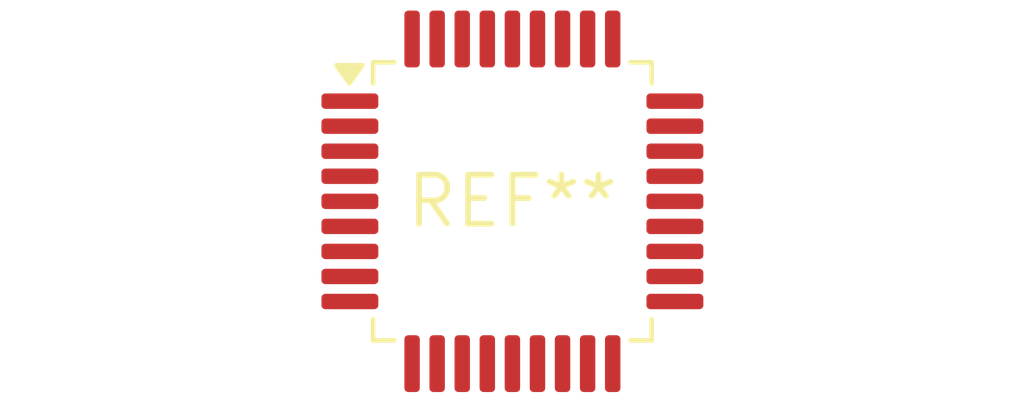
<source format=kicad_pcb>
(kicad_pcb (version 20240108) (generator pcbnew)
  (layers (0 "F.Cu" signal) (31 "B.Cu" signal) (34 "B.Paste" user) (35 "F.Paste" user) (36 "B.SilkS" user "B.Silkscreen") (37 "F.SilkS" user "F.Silkscreen") (38 "B.Mask" user) (39 "F.Mask" user) (44 "Edge.Cuts" user))
  (net 0 "")
  (footprint "LQFP-36_7x7mm_P0.65mm" (layer "F.Cu") (at 0 0)
    (property "Reference" "REF**")
    (property "Value" "LQFP-36_7x7mm_P0.65mm")
    (fp_line (start -3.61 -3.61) (end -3.61 -3.06) (layer "F.SilkS") (stroke (width 0.12)))
    (fp_line (start -3.61 3.61) (end -3.61 3.06) (layer "F.SilkS") (stroke (width 0.12)))
    (fp_line (start -3.06 -3.61) (end -3.61 -3.61) (layer "F.SilkS") (stroke (width 0.12)))
    (fp_line (start -3.06 3.61) (end -3.61 3.61) (layer "F.SilkS") (stroke (width 0.12)))
    (fp_line (start 3.06 -3.61) (end 3.61 -3.61) (layer "F.SilkS") (stroke (width 0.12)))
    (fp_line (start 3.06 3.61) (end 3.61 3.61) (layer "F.SilkS") (stroke (width 0.12)))
    (fp_line (start 3.61 -3.61) (end 3.61 -3.06) (layer "F.SilkS") (stroke (width 0.12)))
    (fp_line (start 3.61 3.61) (end 3.61 3.06) (layer "F.SilkS") (stroke (width 0.12)))
    (fp_poly (pts (xy -4.225 -3.06) (xy -4.565 -3.53) (xy -3.885 -3.53) (xy -4.225 -3.06)) (layer "F.SilkS") (stroke (width 0.12)) (fill solid))
    (pad "1" smd roundrect (at -4.2125 -2.6) (size 1.475 0.4) (layers "F.Cu" "F.Paste" "F.Mask"))
    (pad "2" smd roundrect (at -4.2125 -1.95) (size 1.475 0.4) (layers "F.Cu" "F.Paste" "F.Mask"))
    (pad "3" smd roundrect (at -4.2125 -1.3) (size 1.475 0.4) (layers "F.Cu" "F.Paste" "F.Mask"))
    (pad "4" smd roundrect (at -4.2125 -0.65) (size 1.475 0.4) (layers "F.Cu" "F.Paste" "F.Mask"))
    (pad "5" smd roundrect (at -4.2125 0) (size 1.475 0.4) (layers "F.Cu" "F.Paste" "F.Mask"))
    (pad "6" smd roundrect (at -4.2125 0.65) (size 1.475 0.4) (layers "F.Cu" "F.Paste" "F.Mask"))
    (pad "7" smd roundrect (at -4.2125 1.3) (size 1.475 0.4) (layers "F.Cu" "F.Paste" "F.Mask"))
    (pad "8" smd roundrect (at -4.2125 1.95) (size 1.475 0.4) (layers "F.Cu" "F.Paste" "F.Mask"))
    (pad "9" smd roundrect (at -4.2125 2.6) (size 1.475 0.4) (layers "F.Cu" "F.Paste" "F.Mask"))
    (pad "10" smd roundrect (at -2.6 4.2125) (size 0.4 1.475) (layers "F.Cu" "F.Paste" "F.Mask"))
    (pad "11" smd roundrect (at -1.95 4.2125) (size 0.4 1.475) (layers "F.Cu" "F.Paste" "F.Mask"))
    (pad "12" smd roundrect (at -1.3 4.2125) (size 0.4 1.475) (layers "F.Cu" "F.Paste" "F.Mask"))
    (pad "13" smd roundrect (at -0.65 4.2125) (size 0.4 1.475) (layers "F.Cu" "F.Paste" "F.Mask"))
    (pad "14" smd roundrect (at 0 4.2125) (size 0.4 1.475) (layers "F.Cu" "F.Paste" "F.Mask"))
    (pad "15" smd roundrect (at 0.65 4.2125) (size 0.4 1.475) (layers "F.Cu" "F.Paste" "F.Mask"))
    (pad "16" smd roundrect (at 1.3 4.2125) (size 0.4 1.475) (layers "F.Cu" "F.Paste" "F.Mask"))
    (pad "17" smd roundrect (at 1.95 4.2125) (size 0.4 1.475) (layers "F.Cu" "F.Paste" "F.Mask"))
    (pad "18" smd roundrect (at 2.6 4.2125) (size 0.4 1.475) (layers "F.Cu" "F.Paste" "F.Mask"))
    (pad "19" smd roundrect (at 4.2125 2.6) (size 1.475 0.4) (layers "F.Cu" "F.Paste" "F.Mask"))
    (pad "20" smd roundrect (at 4.2125 1.95) (size 1.475 0.4) (layers "F.Cu" "F.Paste" "F.Mask"))
    (pad "21" smd roundrect (at 4.2125 1.3) (size 1.475 0.4) (layers "F.Cu" "F.Paste" "F.Mask"))
    (pad "22" smd roundrect (at 4.2125 0.65) (size 1.475 0.4) (layers "F.Cu" "F.Paste" "F.Mask"))
    (pad "23" smd roundrect (at 4.2125 0) (size 1.475 0.4) (layers "F.Cu" "F.Paste" "F.Mask"))
    (pad "24" smd roundrect (at 4.2125 -0.65) (size 1.475 0.4) (layers "F.Cu" "F.Paste" "F.Mask"))
    (pad "25" smd roundrect (at 4.2125 -1.3) (size 1.475 0.4) (layers "F.Cu" "F.Paste" "F.Mask"))
    (pad "26" smd roundrect (at 4.2125 -1.95) (size 1.475 0.4) (layers "F.Cu" "F.Paste" "F.Mask"))
    (pad "27" smd roundrect (at 4.2125 -2.6) (size 1.475 0.4) (layers "F.Cu" "F.Paste" "F.Mask"))
    (pad "28" smd roundrect (at 2.6 -4.2125) (size 0.4 1.475) (layers "F.Cu" "F.Paste" "F.Mask"))
    (pad "29" smd roundrect (at 1.95 -4.2125) (size 0.4 1.475) (layers "F.Cu" "F.Paste" "F.Mask"))
    (pad "30" smd roundrect (at 1.3 -4.2125) (size 0.4 1.475) (layers "F.Cu" "F.Paste" "F.Mask"))
    (pad "31" smd roundrect (at 0.65 -4.2125) (size 0.4 1.475) (layers "F.Cu" "F.Paste" "F.Mask"))
    (pad "32" smd roundrect (at 0 -4.2125) (size 0.4 1.475) (layers "F.Cu" "F.Paste" "F.Mask"))
    (pad "33" smd roundrect (at -0.65 -4.2125) (size 0.4 1.475) (layers "F.Cu" "F.Paste" "F.Mask"))
    (pad "34" smd roundrect (at -1.3 -4.2125) (size 0.4 1.475) (layers "F.Cu" "F.Paste" "F.Mask"))
    (pad "35" smd roundrect (at -1.95 -4.2125) (size 0.4 1.475) (layers "F.Cu" "F.Paste" "F.Mask"))
    (pad "36" smd roundrect (at -2.6 -4.2125) (size 0.4 1.475) (layers "F.Cu" "F.Paste" "F.Mask"))
  )
)
</source>
